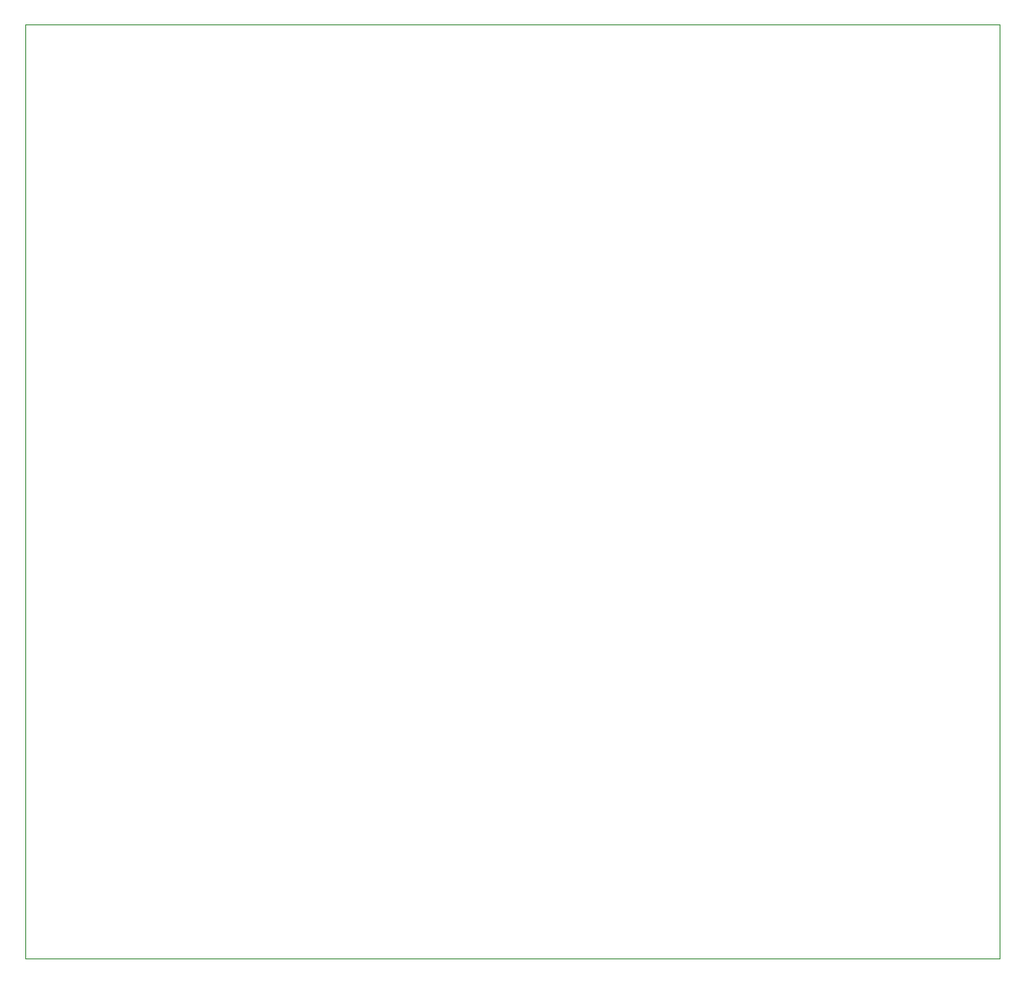
<source format=gbr>
%TF.GenerationSoftware,KiCad,Pcbnew,(6.0.7)*%
%TF.CreationDate,2023-04-16T01:29:03+08:00*%
%TF.ProjectId,typical,74797069-6361-46c2-9e6b-696361645f70,rev?*%
%TF.SameCoordinates,Original*%
%TF.FileFunction,Profile,NP*%
%FSLAX46Y46*%
G04 Gerber Fmt 4.6, Leading zero omitted, Abs format (unit mm)*
G04 Created by KiCad (PCBNEW (6.0.7)) date 2023-04-16 01:29:03*
%MOMM*%
%LPD*%
G01*
G04 APERTURE LIST*
%TA.AperFunction,Profile*%
%ADD10C,0.100000*%
%TD*%
G04 APERTURE END LIST*
D10*
X67818000Y-51943000D02*
X162433000Y-51943000D01*
X162433000Y-51943000D02*
X162433000Y-142621000D01*
X162433000Y-142621000D02*
X67818000Y-142621000D01*
X67818000Y-142621000D02*
X67818000Y-51943000D01*
M02*

</source>
